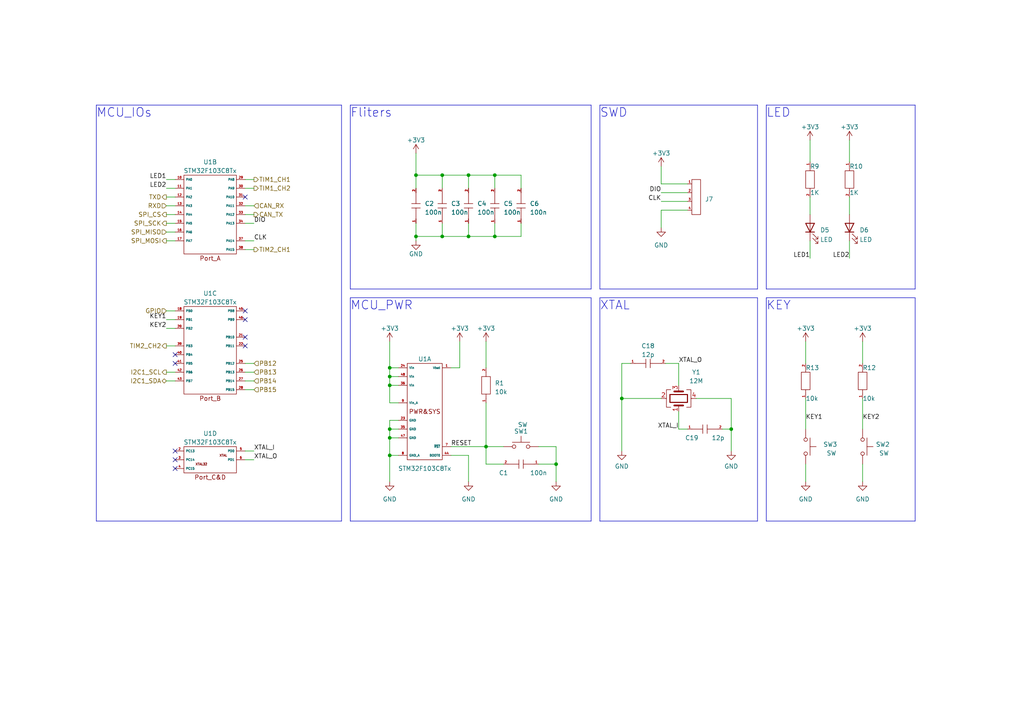
<source format=kicad_sch>
(kicad_sch (version 20230121) (generator eeschema)
  (paper "A4")
  (lib_symbols
    (symbol "001_Basic_PassiveComponents:001_Resistor" (pin_names (offset 1.016))
      (property "Reference" "R" (at -4.445 -2.54 0))
      (property "Value" "001_Resistor" (at 0 2.54 0))
      (symbol "001_Resistor_0_1"
        (rectangle (start -2.54 1.27) (end 2.54 -1.27))
        (polyline (pts (xy -3.81 0) (xy -2.54 0)))
        (polyline (pts (xy 2.54 0) (xy 3.81 0)))
      )
      (symbol "001_Resistor_1_1"
        (pin passive line (at -5.08 0 0) (length 1.27) (name "~") (number "1"))
        (pin passive line (at 5.08 0 180) (length 1.27) (name "~") (number "2"))
      )
    )
    (symbol "001_Basic_PassiveComponents:101_Capacitor" (pin_names (offset 1.016))
      (property "Reference" "C" (at -4.445 -2.54 0))
      (property "Value" "101_Capacitor" (at 0 2.54 0))
      (symbol "101_Capacitor_0_1"
        (polyline (pts (xy -3.81 0) (xy -0.635 0)))
        (polyline (pts (xy -0.635 1.27) (xy -0.635 -1.27)))
        (polyline (pts (xy 0.635 0) (xy 3.81 0)))
        (polyline (pts (xy 0.635 1.27) (xy 0.635 -1.27)))
      )
      (symbol "101_Capacitor_1_1"
        (pin passive line (at -5.08 0 0) (length 1.27) (name "~") (number "1"))
        (pin passive line (at 5.08 0 180) (length 1.27) (name "~") (number "2"))
      )
    )
    (symbol "107_IntegratedCircuit_MicroController:STM32F103C8Tx"
      (property "Reference" "U" (at -3.81 -15.24 0))
      (property "Value" "STM32F103C8Tx" (at 0 15.24 0))
      (symbol "STM32F103C8Tx_1_0"
        (rectangle (start -5.08 13.97) (end 5.08 -13.97))
        (text "PWR&SYS" (at 0 0 0) (effects (font (size 1.27 1.27))))
      )
      (symbol "STM32F103C8Tx_1_1"
        (pin power_in line (at 7.62 12.7 180) (length 2.54) (name "Vbat") (number "1"))
        (pin power_in line (at -7.62 -2.54 0) (length 2.54) (name "GND") (number "23"))
        (pin power_in line (at -7.62 12.7 0) (length 2.54) (name "Vin") (number "24"))
        (pin power_in line (at -7.62 -5.08 0) (length 2.54) (name "GND") (number "35"))
        (pin power_in line (at -7.62 7.62 0) (length 2.54) (name "Vin") (number "36"))
        (pin input line (at 7.62 -12.7 180) (length 2.54) (name "BOOT0") (number "44"))
        (pin power_in line (at -7.62 -7.62 0) (length 2.54) (name "GND") (number "47"))
        (pin power_in line (at -7.62 10.16 0) (length 2.54) (name "Vin") (number "48"))
        (pin input line (at 7.62 -10.16 180) (length 2.54) (name "~{RST}") (number "7"))
        (pin power_in line (at -7.62 -12.7 0) (length 2.54) (name "GND_A") (number "8"))
        (pin power_in line (at -7.62 2.54 0) (length 2.54) (name "Vin_A") (number "9"))
      )
      (symbol "STM32F103C8Tx_2_0"
        (rectangle (start -7.62 11.43) (end 7.62 -11.43))
        (text "Port_A" (at 0 -12.7 0) (effects (font (size 1.27 1.27))))
      )
      (symbol "STM32F103C8Tx_2_1"
        (pin bidirectional line (at -10.16 10.16 0) (length 2.54) (name "PA0") (number "10"))
        (pin bidirectional line (at -10.16 7.62 0) (length 2.54) (name "PA1") (number "11"))
        (pin bidirectional line (at -10.16 5.08 0) (length 2.54) (name "PA2") (number "12"))
        (pin bidirectional line (at -10.16 2.54 0) (length 2.54) (name "PA3") (number "13"))
        (pin bidirectional line (at -10.16 0 0) (length 2.54) (name "PA4") (number "14"))
        (pin bidirectional line (at -10.16 -2.54 0) (length 2.54) (name "PA5") (number "15"))
        (pin bidirectional line (at -10.16 -5.08 0) (length 2.54) (name "PA6") (number "16"))
        (pin bidirectional line (at -10.16 -7.62 0) (length 2.54) (name "PA7") (number "17"))
        (pin bidirectional line (at 10.16 10.16 180) (length 2.54) (name "PA8") (number "29"))
        (pin bidirectional line (at 10.16 7.62 180) (length 2.54) (name "PA9") (number "30"))
        (pin bidirectional line (at 10.16 5.08 180) (length 2.54) (name "PA10") (number "31"))
        (pin bidirectional line (at 10.16 2.54 180) (length 2.54) (name "PA11") (number "32"))
        (pin bidirectional line (at 10.16 0 180) (length 2.54) (name "PA12") (number "33"))
        (pin bidirectional line (at 10.16 -2.54 180) (length 2.54) (name "PA13") (number "34"))
        (pin bidirectional line (at 10.16 -7.62 180) (length 2.54) (name "PA14") (number "37"))
        (pin bidirectional line (at 10.16 -10.16 180) (length 2.54) (name "PA15") (number "38"))
      )
      (symbol "STM32F103C8Tx_3_0"
        (rectangle (start -7.62 13.97) (end 7.62 -11.43))
        (text "Port_B" (at 0 -12.7 0) (effects (font (size 1.27 1.27))))
      )
      (symbol "STM32F103C8Tx_3_1"
        (pin bidirectional line (at -10.16 12.7 0) (length 2.54) (name "PB0") (number "18"))
        (pin bidirectional line (at -10.16 10.16 0) (length 2.54) (name "PB1") (number "19"))
        (pin bidirectional line (at -10.16 7.62 0) (length 2.54) (name "PB2") (number "20"))
        (pin bidirectional line (at 10.16 5.08 180) (length 2.54) (name "PB10") (number "21"))
        (pin bidirectional line (at 10.16 2.54 180) (length 2.54) (name "PB11") (number "22"))
        (pin bidirectional line (at 10.16 -2.54 180) (length 2.54) (name "PB12") (number "25"))
        (pin bidirectional line (at 10.16 -5.08 180) (length 2.54) (name "PB13") (number "26"))
        (pin bidirectional line (at 10.16 -7.62 180) (length 2.54) (name "PB14") (number "27"))
        (pin bidirectional line (at 10.16 -10.16 180) (length 2.54) (name "PB15") (number "28"))
        (pin bidirectional line (at -10.16 2.54 0) (length 2.54) (name "PB3") (number "39"))
        (pin bidirectional line (at -10.16 0 0) (length 2.54) (name "PB4") (number "40"))
        (pin bidirectional line (at -10.16 -2.54 0) (length 2.54) (name "PB5") (number "41"))
        (pin bidirectional line (at -10.16 -5.08 0) (length 2.54) (name "PB6") (number "42"))
        (pin bidirectional line (at -10.16 -7.62 0) (length 2.54) (name "PB7") (number "43"))
        (pin bidirectional line (at 10.16 12.7 180) (length 2.54) (name "PB8") (number "45"))
        (pin bidirectional line (at 10.16 10.16 180) (length 2.54) (name "PB9") (number "46"))
      )
      (symbol "STM32F103C8Tx_4_0"
        (rectangle (start -7.62 3.81) (end 7.62 -3.81))
        (text "Port_C&D" (at 0 -5.08 0) (effects (font (size 1.27 1.27))))
      )
      (symbol "STM32F103C8Tx_4_1"
        (text "XTAL" (at 3.81 1.27 0) (effects (font (size 0.635 0.635))))
        (text "XTAL32" (at -2.54 -1.27 0) (effects (font (size 0.635 0.635))))
        (pin bidirectional line (at -10.16 2.54 0) (length 2.54) (name "PC13") (number "2"))
        (pin bidirectional line (at -10.16 0 0) (length 2.54) (name "PC14") (number "3"))
        (pin bidirectional line (at -10.16 -2.54 0) (length 2.54) (name "PC15") (number "4"))
        (pin bidirectional line (at 10.16 2.54 180) (length 2.54) (name "PD0") (number "5"))
        (pin bidirectional line (at 10.16 0 180) (length 2.54) (name "PD1") (number "6"))
      )
    )
    (symbol "Device:Crystal_GND24" (pin_names (offset 1.016) hide)
      (property "Reference" "Y" (at 3.175 5.08 0))
      (property "Value" "Crystal_GND24" (at 3.175 3.175 0))
      (symbol "Crystal_GND24_0_1"
        (rectangle (start -1.143 2.54) (end 1.143 -2.54) (stroke (width 0.3048)))
        (polyline (pts (xy -2.54 0) (xy -2.032 0)))
        (polyline (pts (xy -2.032 -1.27) (xy -2.032 1.27)) (stroke (width 0.508)))
        (polyline (pts (xy 0 -3.81) (xy 0 -3.556)))
        (polyline (pts (xy 0 3.556) (xy 0 3.81)))
        (polyline (pts (xy 2.032 -1.27) (xy 2.032 1.27)) (stroke (width 0.508)))
        (polyline (pts (xy 2.032 0) (xy 2.54 0)))
        (polyline (pts (xy -2.54 -2.286) (xy -2.54 -3.556) (xy 2.54 -3.556) (xy 2.54 -2.286)))
        (polyline (pts (xy -2.54 2.286) (xy -2.54 3.556) (xy 2.54 3.556) (xy 2.54 2.286)))
      )
      (symbol "Crystal_GND24_1_1"
        (pin passive line (at -3.81 0 0) (length 1.27) (name "1") (number "1"))
        (pin passive line (at 0 5.08 270) (length 1.27) (name "2") (number "2"))
        (pin passive line (at 3.81 0 180) (length 1.27) (name "3") (number "3"))
        (pin passive line (at 0 -5.08 90) (length 1.27) (name "4") (number "4"))
      )
    )
    (symbol "Device:LED" (pin_numbers hide) (pin_names (offset 1.016) hide)
      (property "Reference" "D" (at 0 2.54 0))
      (property "Value" "LED" (at 0 -2.54 0))
      (symbol "LED_0_1"
        (polyline (pts (xy -1.27 -1.27) (xy -1.27 1.27)) (stroke (width 0.254)))
        (polyline (pts (xy -1.27 0) (xy 1.27 0)))
        (polyline (pts (xy 1.27 -1.27) (xy 1.27 1.27) (xy -1.27 0) (xy 1.27 -1.27)) (stroke (width 0.254)))
        (polyline (pts (xy -3.048 -0.762) (xy -4.572 -2.286) (xy -3.81 -2.286) (xy -4.572 -2.286) (xy -4.572 -1.524)))
        (polyline (pts (xy -1.778 -0.762) (xy -3.302 -2.286) (xy -2.54 -2.286) (xy -3.302 -2.286) (xy -3.302 -1.524)))
      )
      (symbol "LED_1_1"
        (pin passive line (at -3.81 0 0) (length 2.54) (name "K") (number "1"))
        (pin passive line (at 3.81 0 180) (length 2.54) (name "A") (number "2"))
      )
    )
    (symbol "Link_W2B_connector:Conn_01x04"
      (property "Reference" "J" (at 0 -7.62 0))
      (property "Value" "Conn_01x04" (at 0 5.08 0))
      (symbol "Conn_01x04_0_0"
        (pin passive line (at -2.54 2.54 0) (length 1.27) (name "") (number "1"))
        (pin passive line (at -2.54 0 0) (length 1.27) (name "") (number "2"))
        (pin passive line (at -2.54 -2.54 0) (length 1.27) (name "") (number "3"))
        (pin passive line (at -2.54 -5.08 0) (length 1.27) (name "") (number "4"))
      )
      (symbol "Conn_01x04_0_1"
        (rectangle (start -1.27 3.81) (end 1.27 -6.35) (stroke (width 0.1524)))
      )
    )
    (symbol "Switch:SW_Push" (pin_numbers hide) (pin_names (offset 1.016) hide)
      (property "Reference" "SW" (at 1.27 2.54 0))
      (property "Value" "SW_Push" (at 0 -1.524 0))
      (symbol "SW_Push_0_1"
        (circle (center -2.032 0) (radius 0.508))
        (polyline (pts (xy 0 1.27) (xy 0 3.048)))
        (polyline (pts (xy 2.54 1.27) (xy -2.54 1.27)))
        (circle (center 2.032 0) (radius 0.508))
        (pin passive line (at -5.08 0 0) (length 2.54) (name "1") (number "1"))
        (pin passive line (at 5.08 0 180) (length 2.54) (name "2") (number "2"))
      )
    )
    (symbol "power:+3V3" (power) (pin_names (offset 0))
      (property "Value" "+3V3" (at 0 3.556 0))
      (symbol "+3V3_0_1"
        (polyline (pts (xy -0.762 1.27) (xy 0 2.54)))
        (polyline (pts (xy 0 0) (xy 0 2.54)))
        (polyline (pts (xy 0 2.54) (xy 0.762 1.27)))
      )
      (symbol "+3V3_1_1"
        (pin power_in line (at 0 0 90) (length 0) hide (name "+3V3") (number "1"))
      )
    )
    (symbol "power:GND" (power) (pin_names (offset 0))
      (property "Value" "GND" (at 0 -3.81 0))
      (symbol "GND_0_1"
        (polyline (pts (xy 0 0) (xy 0 -1.27) (xy 1.27 -1.27) (xy 0 -2.54) (xy -1.27 -1.27) (xy 0 -1.27)))
      )
      (symbol "GND_1_1"
        (pin power_in line (at 0 0 270) (length 0) hide (name "GND") (number "1"))
      )
    )
  )
  (junction (at 113.03 127))
  (junction (at 140.97 129.54))
  (junction (at 143.51 68.58))
  (junction (at 128.27 50.8))
  (junction (at 143.51 50.8))
  (junction (at 113.03 124.46))
  (junction (at 113.03 106.68))
  (junction (at 113.03 132.08))
  (junction (at 135.89 68.58))
  (junction (at 120.65 50.8))
  (junction (at 113.03 109.22))
  (junction (at 128.27 68.58))
  (junction (at 113.03 111.76))
  (junction (at 180.34 115.57))
  (junction (at 120.65 68.58))
  (junction (at 212.09 124.46))
  (junction (at 135.89 50.8))
  (junction (at 161.29 134.62))
  (no_connect (at 71.12 57.15))
  (no_connect (at 71.12 97.79))
  (no_connect (at 71.12 92.71))
  (no_connect (at 50.8 133.35))
  (no_connect (at 50.8 105.41))
  (no_connect (at 71.12 100.33))
  (no_connect (at 50.8 135.89))
  (no_connect (at 71.12 90.17))
  (no_connect (at 50.8 130.81))
  (no_connect (at 50.8 102.87))
  (wire (pts (xy 48.26 110.49) (xy 50.8 110.49)))
  (polyline (pts (xy 265.43 83.82) (xy 265.43 30.48)))
  (wire (pts (xy 191.77 55.88) (xy 199.39 55.88)))
  (wire (pts (xy 234.95 69.85) (xy 234.95 74.93)))
  (wire (pts (xy 140.97 129.54) (xy 146.05 129.54)))
  (wire (pts (xy 48.26 54.61) (xy 50.8 54.61)))
  (polyline (pts (xy 101.6 86.36) (xy 101.6 151.13)))
  (wire (pts (xy 140.97 99.06) (xy 140.97 106.68)))
  (wire (pts (xy 73.66 59.69) (xy 71.12 59.69)))
  (wire (pts (xy 191.77 60.96) (xy 191.77 66.04)))
  (wire (pts (xy 113.03 124.46) (xy 113.03 127)))
  (wire (pts (xy 143.51 50.8) (xy 151.13 50.8)))
  (wire (pts (xy 113.03 106.68) (xy 113.03 109.22)))
  (polyline (pts (xy 222.25 86.36) (xy 222.25 151.13)))
  (wire (pts (xy 191.77 58.42) (xy 199.39 58.42)))
  (wire (pts (xy 140.97 116.84) (xy 140.97 129.54)))
  (wire (pts (xy 128.27 68.58) (xy 128.27 64.77)))
  (wire (pts (xy 73.66 130.81) (xy 71.12 130.81)))
  (wire (pts (xy 151.13 68.58) (xy 151.13 64.77)))
  (wire (pts (xy 48.26 67.31) (xy 50.8 67.31)))
  (wire (pts (xy 212.09 124.46) (xy 212.09 130.81)))
  (wire (pts (xy 130.81 106.68) (xy 133.35 106.68)))
  (wire (pts (xy 143.51 50.8) (xy 135.89 50.8)))
  (wire (pts (xy 113.03 99.06) (xy 113.03 106.68)))
  (wire (pts (xy 151.13 50.8) (xy 151.13 54.61)))
  (wire (pts (xy 128.27 50.8) (xy 128.27 54.61)))
  (wire (pts (xy 113.03 127) (xy 115.57 127)))
  (wire (pts (xy 73.66 110.49) (xy 71.12 110.49)))
  (wire (pts (xy 250.19 99.06) (xy 250.19 105.41)))
  (wire (pts (xy 115.57 121.92) (xy 113.03 121.92)))
  (wire (pts (xy 73.66 54.61) (xy 71.12 54.61)))
  (wire (pts (xy 73.66 107.95) (xy 71.12 107.95)))
  (wire (pts (xy 143.51 68.58) (xy 151.13 68.58)))
  (polyline (pts (xy 173.99 30.48) (xy 173.99 83.82)))
  (wire (pts (xy 233.68 115.57) (xy 233.68 124.46)))
  (polyline (pts (xy 222.25 86.36) (xy 265.43 86.36)))
  (polyline (pts (xy 27.94 151.13) (xy 99.06 151.13)))
  (wire (pts (xy 250.19 139.7) (xy 250.19 134.62)))
  (wire (pts (xy 234.95 40.64) (xy 234.95 46.99)))
  (wire (pts (xy 73.66 62.23) (xy 71.12 62.23)))
  (wire (pts (xy 120.65 44.45) (xy 120.65 50.8)))
  (wire (pts (xy 113.03 127) (xy 113.03 132.08)))
  (wire (pts (xy 73.66 52.07) (xy 71.12 52.07)))
  (wire (pts (xy 196.85 105.41) (xy 196.85 111.76)))
  (wire (pts (xy 140.97 129.54) (xy 140.97 134.62)))
  (wire (pts (xy 233.68 99.06) (xy 233.68 105.41)))
  (wire (pts (xy 135.89 68.58) (xy 135.89 64.77)))
  (wire (pts (xy 113.03 109.22) (xy 113.03 111.76)))
  (wire (pts (xy 128.27 50.8) (xy 120.65 50.8)))
  (wire (pts (xy 133.35 99.06) (xy 133.35 106.68)))
  (wire (pts (xy 199.39 60.96) (xy 191.77 60.96)))
  (wire (pts (xy 115.57 116.84) (xy 113.03 116.84)))
  (wire (pts (xy 246.38 57.15) (xy 246.38 62.23)))
  (wire (pts (xy 246.38 40.64) (xy 246.38 46.99)))
  (wire (pts (xy 113.03 121.92) (xy 113.03 124.46)))
  (wire (pts (xy 140.97 134.62) (xy 146.05 134.62)))
  (wire (pts (xy 135.89 68.58) (xy 128.27 68.58)))
  (wire (pts (xy 199.39 53.34) (xy 191.77 53.34)))
  (wire (pts (xy 143.51 68.58) (xy 135.89 68.58)))
  (polyline (pts (xy 171.45 83.82) (xy 171.45 30.48)))
  (wire (pts (xy 48.26 62.23) (xy 50.8 62.23)))
  (polyline (pts (xy 222.25 30.48) (xy 222.25 83.82)))
  (polyline (pts (xy 101.6 86.36) (xy 171.45 86.36)))
  (wire (pts (xy 130.81 129.54) (xy 140.97 129.54)))
  (wire (pts (xy 113.03 124.46) (xy 115.57 124.46)))
  (wire (pts (xy 143.51 50.8) (xy 143.51 54.61)))
  (wire (pts (xy 73.66 64.77) (xy 71.12 64.77)))
  (polyline (pts (xy 173.99 86.36) (xy 219.71 86.36)))
  (wire (pts (xy 73.66 105.41) (xy 71.12 105.41)))
  (wire (pts (xy 128.27 68.58) (xy 120.65 68.58)))
  (wire (pts (xy 161.29 134.62) (xy 156.21 134.62)))
  (wire (pts (xy 193.04 105.41) (xy 196.85 105.41)))
  (wire (pts (xy 196.85 119.38) (xy 196.85 124.46)))
  (polyline (pts (xy 222.25 83.82) (xy 265.43 83.82)))
  (wire (pts (xy 201.93 115.57) (xy 212.09 115.57)))
  (wire (pts (xy 191.77 48.26) (xy 191.77 53.34)))
  (wire (pts (xy 120.65 69.85) (xy 120.65 68.58)))
  (wire (pts (xy 73.66 69.85) (xy 71.12 69.85)))
  (polyline (pts (xy 173.99 83.82) (xy 219.71 83.82)))
  (wire (pts (xy 48.26 107.95) (xy 50.8 107.95)))
  (wire (pts (xy 135.89 50.8) (xy 135.89 54.61)))
  (polyline (pts (xy 101.6 83.82) (xy 171.45 83.82)))
  (polyline (pts (xy 222.25 151.13) (xy 265.43 151.13)))
  (wire (pts (xy 113.03 106.68) (xy 115.57 106.68)))
  (wire (pts (xy 120.65 68.58) (xy 120.65 64.77)))
  (wire (pts (xy 135.89 132.08) (xy 135.89 139.7)))
  (wire (pts (xy 135.89 50.8) (xy 128.27 50.8)))
  (wire (pts (xy 196.85 124.46) (xy 199.39 124.46)))
  (wire (pts (xy 180.34 105.41) (xy 180.34 115.57)))
  (wire (pts (xy 182.88 105.41) (xy 180.34 105.41)))
  (polyline (pts (xy 27.94 30.48) (xy 99.06 30.48)))
  (polyline (pts (xy 173.99 30.48) (xy 219.71 30.48)))
  (wire (pts (xy 48.26 59.69) (xy 50.8 59.69)))
  (wire (pts (xy 113.03 111.76) (xy 113.03 116.84)))
  (polyline (pts (xy 219.71 83.82) (xy 219.71 30.48)))
  (wire (pts (xy 113.03 132.08) (xy 113.03 139.7)))
  (polyline (pts (xy 99.06 151.13) (xy 99.06 30.48)))
  (wire (pts (xy 48.26 100.33) (xy 50.8 100.33)))
  (polyline (pts (xy 173.99 86.36) (xy 173.99 151.13)))
  (polyline (pts (xy 171.45 151.13) (xy 171.45 86.36)))
  (polyline (pts (xy 101.6 30.48) (xy 101.6 83.82)))
  (polyline (pts (xy 27.94 30.48) (xy 27.94 151.13)))
  (wire (pts (xy 161.29 129.54) (xy 161.29 134.62)))
  (wire (pts (xy 130.81 132.08) (xy 135.89 132.08)))
  (wire (pts (xy 48.26 95.25) (xy 50.8 95.25)))
  (wire (pts (xy 48.26 64.77) (xy 50.8 64.77)))
  (wire (pts (xy 113.03 111.76) (xy 115.57 111.76)))
  (wire (pts (xy 233.68 139.7) (xy 233.68 134.62)))
  (wire (pts (xy 212.09 124.46) (xy 209.55 124.46)))
  (wire (pts (xy 73.66 113.03) (xy 71.12 113.03)))
  (wire (pts (xy 120.65 50.8) (xy 120.65 54.61)))
  (wire (pts (xy 143.51 68.58) (xy 143.51 64.77)))
  (wire (pts (xy 161.29 129.54) (xy 156.21 129.54)))
  (polyline (pts (xy 219.71 151.13) (xy 219.71 86.36)))
  (wire (pts (xy 48.26 52.07) (xy 50.8 52.07)))
  (wire (pts (xy 73.66 133.35) (xy 71.12 133.35)))
  (wire (pts (xy 48.26 90.17) (xy 50.8 90.17)))
  (polyline (pts (xy 173.99 151.13) (xy 219.71 151.13)))
  (wire (pts (xy 73.66 72.39) (xy 71.12 72.39)))
  (wire (pts (xy 212.09 115.57) (xy 212.09 124.46)))
  (polyline (pts (xy 171.45 30.48) (xy 101.6 30.48)))
  (wire (pts (xy 48.26 92.71) (xy 50.8 92.71)))
  (wire (pts (xy 234.95 57.15) (xy 234.95 62.23)))
  (wire (pts (xy 48.26 69.85) (xy 50.8 69.85)))
  (polyline (pts (xy 265.43 151.13) (xy 265.43 86.36)))
  (wire (pts (xy 180.34 115.57) (xy 180.34 130.81)))
  (wire (pts (xy 48.26 57.15) (xy 50.8 57.15)))
  (wire (pts (xy 161.29 134.62) (xy 161.29 139.7)))
  (wire (pts (xy 250.19 115.57) (xy 250.19 124.46)))
  (wire (pts (xy 113.03 132.08) (xy 115.57 132.08)))
  (wire (pts (xy 113.03 109.22) (xy 115.57 109.22)))
  (polyline (pts (xy 222.25 30.48) (xy 265.43 30.48)))
  (polyline (pts (xy 101.6 151.13) (xy 171.45 151.13)))
  (wire (pts (xy 246.38 69.85) (xy 246.38 74.93)))
  (wire (pts (xy 180.34 115.57) (xy 191.77 115.57)))
  (text "KEY" (at 222.25 90.17 0) (effects (font (size 2.54 2.54)) (justify left bottom)))
  (text "XTAL" (at 173.99 90.17 0) (effects (font (size 2.54 2.54)) (justify left bottom)))
  (text "LED" (at 222.25 34.29 0) (effects (font (size 2.54 2.54)) (justify left bottom)))
  (text "SWD" (at 173.99 34.29 0) (effects (font (size 2.54 2.54)) (justify left bottom)))
  (text "MCU_PWR" (at 101.6 90.17 0) (effects (font (size 2.54 2.54)) (justify left bottom)))
  (text "MCU_IOs" (at 27.94 34.29 0) (effects (font (size 2.54 2.54)) (justify left bottom)))
  (text "Fliters" (at 101.6 34.29 0) (effects (font (size 2.54 2.54)) (justify left bottom)))
  (label "XTAL_I" (at 73.66 130.81 0))
  (label "CLK" (at 73.66 69.85 0))
  (label "LED1" (at 234.95 74.93 180))
  (label "LED1" (at 48.26 52.07 180))
  (label "XTAL_O" (at 73.66 133.35 0))
  (label "DIO" (at 191.77 55.88 180))
  (label "KEY2" (at 48.26 95.25 180))
  (label "LED2" (at 246.38 74.93 180))
  (label "KEY1" (at 233.68 121.92 0))
  (label "KEY2" (at 250.19 121.92 0))
  (label "LED2" (at 48.26 54.61 180))
  (label "XTAL_I" (at 196.85 124.46 180))
  (label "KEY1" (at 48.26 92.71 180))
  (label "DIO" (at 73.66 64.77 0))
  (label "CLK" (at 191.77 58.42 180))
  (label "XTAL_O" (at 196.85 105.41 0))
  (label "RESET" (at 130.81 129.54 0))
  (hierarchical_label "I2C1_SDA" (shape bidirectional) (at 48.26 110.49 180))
  (hierarchical_label "TIM1_CH2" (shape output) (at 73.66 54.61 0))
  (hierarchical_label "SPI_MOSI" (shape output) (at 48.26 69.85 180))
  (hierarchical_label "SPI_CS" (shape output) (at 48.26 62.23 180))
  (hierarchical_label "PB15" (shape input) (at 73.66 113.03 0))
  (hierarchical_label "GPIO" (shape input) (at 48.26 90.17 180))
  (hierarchical_label "TIM2_CH2" (shape output) (at 48.26 100.33 180))
  (hierarchical_label "CAN_RX" (shape input) (at 73.66 59.69 0))
  (hierarchical_label "SPI_MISO" (shape input) (at 48.26 67.31 180))
  (hierarchical_label "I2C1_SCL" (shape output) (at 48.26 107.95 180))
  (hierarchical_label "CAN_TX" (shape output) (at 73.66 62.23 0))
  (hierarchical_label "PB12" (shape input) (at 73.66 105.41 0))
  (hierarchical_label "TIM2_CH1" (shape output) (at 73.66 72.39 0))
  (hierarchical_label "PB14" (shape input) (at 73.66 110.49 0))
  (hierarchical_label "PB13" (shape input) (at 73.66 107.95 0))
  (hierarchical_label "RXD" (shape input) (at 48.26 59.69 180))
  (hierarchical_label "TIM1_CH1" (shape output) (at 73.66 52.07 0))
  (hierarchical_label "TXD" (shape output) (at 48.26 57.15 180))
  (hierarchical_label "SPI_SCK" (shape output) (at 48.26 64.77 180))
  (symbol (lib_id "Device:LED") (at 246.38 66.04 90) (unit 1)
    (property "Reference" "D6" (at 249.301 66.719 90) (effects (justify right)))
    (property "Value" "LED" (at 249.301 69.4941 90) (effects (justify right)))
    (property "Footprint" "LED_SMD:LED_0603_1608Metric" (effects hide))
    (instances (project "f103c8t6开发板" (path "" (reference "D6") (unit 1)) (path "" (reference "D2") (unit 1))))
  )
  (symbol (lib_id "001_Basic_PassiveComponents:101_Capacitor") (at 143.51 59.69 90) (unit 1)
    (property "Reference" "C5" (at 146.05 59.055 90) (effects (justify right)))
    (property "Value" "100n" (at 146.05 61.595 90) (effects (justify right)))
    (property "Footprint" "Capacitor_SMD:C_0603_1608Metric" (effects hide))
    (property "Symbol type" "Alternate Source" (effects hide))
  )
  (symbol (lib_id "power:GND") (at 113.03 139.7 0) (unit 1)
    (property "Reference" "#PWR02" (effects hide))
    (property "Value" "GND" (at 113.03 144.78 0))
  )
  (symbol (lib_id "power:+3V3") (at 234.95 40.64 0) (unit 1)
    (property "Reference" "#PWR034" (effects hide))
    (property "Value" "+3V3" (at 234.95 36.83 0))
  )
  (symbol (lib_id "power:GND") (at 120.65 69.85 0) (unit 1)
    (property "Reference" "#PWR07" (effects hide))
    (property "Value" "GND" (at 120.65 73.66 0))
  )
  (symbol (lib_id "Switch:SW_Push") (at 233.68 129.54 270) (unit 1)
    (property "Reference" "SW3" (at 238.76 128.905 90) (effects (justify left)))
    (property "Value" " SW" (at 238.76 131.445 90) (effects (justify left)))
    (property "Footprint" "Button_Switch_SMD:SW_SPST_FSMSM" (effects hide))
    (instances (project "f103c8t6开发板" (path "" (reference "SW3") (unit 1)) (path "" (reference "SW2") (unit 1))))
  )
  (symbol (lib_id "107_IntegratedCircuit_MicroController:STM32F103C8Tx") (at 60.96 133.35 0) (unit 4)
    (property "Reference" "U1" (at 60.96 125.73 0))
    (property "Value" "STM32F103C8Tx" (at 60.96 128.27 0))
    (property "Footprint" "PackageQFP:LQFP-48_7x7mm_P0.5mm" (effects hide))
    (property "Symbol type" "Specified Device" (effects hide))
  )
  (symbol (lib_id "power:GND") (at 233.68 139.7 0) (unit 1)
    (property "Reference" "#PWR050" (effects hide))
    (property "Value" "GND" (at 233.68 144.78 0))
    (instances (project "f103c8t6开发板" (path "" (reference "#PWR050") (unit 1)) (path "" (reference "#PWR049") (unit 1))))
  )
  (symbol (lib_id "107_IntegratedCircuit_MicroController:STM32F103C8Tx") (at 60.96 62.23 0) (unit 2)
    (property "Reference" "U1" (at 60.96 46.99 0))
    (property "Value" "STM32F103C8Tx" (at 60.96 49.53 0))
    (property "Footprint" "PackageQFP:LQFP-48_7x7mm_P0.5mm" (effects hide))
    (property "Symbol type" "Specified Device" (effects hide))
  )
  (symbol (lib_id "001_Basic_PassiveComponents:101_Capacitor") (at 120.65 59.69 90) (unit 1)
    (property "Reference" "C2" (at 123.19 59.055 90) (effects (justify right)))
    (property "Value" "100n" (at 123.19 61.595 90) (effects (justify right)))
    (property "Footprint" "Capacitor_SMD:C_0603_1608Metric" (effects hide))
    (property "Symbol type" "Alternate Source" (effects hide))
  )
  (symbol (lib_id "001_Basic_PassiveComponents:001_Resistor") (at 246.38 52.07 270) (unit 1)
    (property "Reference" "R10" (at 246.38 48.26 90) (effects (justify left)))
    (property "Value" "1K" (at 246.38 55.88 90) (effects (justify left)))
    (property "Footprint" "ResistorSMD:R_0603_1608Metric" (effects hide))
    (property "Symbol type" "Alternate Source" (effects hide))
    (instances (project "f103c8t6开发板" (path "" (reference "R10") (unit 1)) (path "" (reference "R3") (unit 1))))
  )
  (symbol (lib_id "power:GND") (at 180.34 130.81 0) (unit 1)
    (property "Reference" "#PWR0143" (effects hide))
    (property "Value" "GND" (at 180.34 135.2534 0))
    (instances (project "windmill_mastercontrol" (path "" (reference "#PWR0143") (unit 1))) (project "f103c8t6开发板" (path "" (reference "#PWR011") (unit 1))))
  )
  (symbol (lib_id "001_Basic_PassiveComponents:001_Resistor") (at 250.19 110.49 90) (unit 1)
    (property "Reference" "R12" (at 250.19 106.68 90) (effects (justify right)))
    (property "Value" "10k" (at 250.19 115.57 90) (effects (justify right)))
    (property "Footprint" "ResistorSMD:R_0603_1608Metric" (effects hide))
    (property "Symbol type" "Alternate Source" (effects hide))
    (instances (project "f103c8t6开发板" (path "" (reference "R12") (unit 1)) (path "" (reference "R5") (unit 1))))
  )
  (symbol (lib_id "Device:Crystal_GND24") (at 196.85 115.57 90) (unit 1)
    (property "Reference" "Y1" (at 201.93 107.95 90))
    (property "Value" "12M" (at 201.93 110.49 90))
    (property "Footprint" "Crystal:Crystal_SMD_3225-4Pin_3.2x2.5mm" (effects hide))
  )
  (symbol (lib_id "power:GND") (at 161.29 139.7 0) (unit 1)
    (property "Reference" "#PWR08" (effects hide))
    (property "Value" "GND" (at 161.29 144.78 0))
  )
  (symbol (lib_id "power:+3V3") (at 250.19 99.06 0) (unit 1)
    (property "Reference" "#PWR045" (effects hide))
    (property "Value" "+3V3" (at 250.19 95.25 0))
  )
  (symbol (lib_id "power:GND") (at 135.89 139.7 0) (unit 1)
    (property "Reference" "#PWR04" (effects hide))
    (property "Value" "GND" (at 135.89 144.78 0))
  )
  (symbol (lib_id "power:+3V3") (at 191.77 48.26 0) (unit 1)
    (property "Reference" "#PWR029" (effects hide))
    (property "Value" "+3V3" (at 191.77 44.45 0))
  )
  (symbol (lib_id "107_IntegratedCircuit_MicroController:STM32F103C8Tx") (at 60.96 102.87 0) (unit 3)
    (property "Reference" "U1" (at 60.96 85.09 0))
    (property "Value" "STM32F103C8Tx" (at 60.96 87.63 0))
    (property "Footprint" "PackageQFP:LQFP-48_7x7mm_P0.5mm" (effects hide))
    (property "Symbol type" "Specified Device" (effects hide))
  )
  (symbol (lib_id "Device:LED") (at 234.95 66.04 90) (unit 1)
    (property "Reference" "D5" (at 237.871 66.719 90) (effects (justify right)))
    (property "Value" "LED" (at 237.871 69.4941 90) (effects (justify right)))
    (property "Footprint" "LED_SMD:LED_0603_1608Metric" (effects hide))
    (instances (project "f103c8t6开发板" (path "" (reference "D5") (unit 1)) (path "" (reference "D1") (unit 1))))
  )
  (symbol (lib_id "power:GND") (at 212.09 130.81 0) (unit 1)
    (property "Reference" "#PWR0143" (effects hide))
    (property "Value" "GND" (at 212.09 135.2534 0))
    (instances (project "windmill_mastercontrol" (path "" (reference "#PWR0143") (unit 1))) (project "f103c8t6开发板" (path "" (reference "#PWR012") (unit 1))))
  )
  (symbol (lib_id "001_Basic_PassiveComponents:001_Resistor") (at 234.95 52.07 270) (unit 1)
    (property "Reference" "R9" (at 234.95 48.26 90) (effects (justify left)))
    (property "Value" "1K" (at 234.95 55.88 90) (effects (justify left)))
    (property "Footprint" "ResistorSMD:R_0603_1608Metric" (effects hide))
    (property "Symbol type" "Alternate Source" (effects hide))
    (instances (project "f103c8t6开发板" (path "" (reference "R9") (unit 1)) (path "" (reference "R2") (unit 1))))
  )
  (symbol (lib_id "power:+3V3") (at 233.68 99.06 0) (unit 1)
    (property "Reference" "#PWR043" (effects hide))
    (property "Value" "+3V3" (at 233.68 95.25 0))
  )
  (symbol (lib_id "Switch:SW_Push") (at 250.19 129.54 270) (unit 1)
    (property "Reference" "SW2" (at 254 128.905 90) (effects (justify left)))
    (property "Value" " SW" (at 254 131.445 90) (effects (justify left)))
    (property "Footprint" "Button_Switch_SMD:SW_SPST_FSMSM" (effects hide))
    (instances (project "f103c8t6开发板" (path "" (reference "SW2") (unit 1)) (path "" (reference "SW3") (unit 1))))
  )
  (symbol (lib_id "001_Basic_PassiveComponents:101_Capacitor") (at 135.89 59.69 90) (unit 1)
    (property "Reference" "C4" (at 138.43 59.055 90) (effects (justify right)))
    (property "Value" "100n" (at 138.43 61.595 90) (effects (justify right)))
    (property "Footprint" "Capacitor_SMD:C_0603_1608Metric" (effects hide))
    (property "Symbol type" "Alternate Source" (effects hide))
  )
  (symbol (lib_id "001_Basic_PassiveComponents:101_Capacitor") (at 204.47 124.46 0) (unit 1)
    (property "Reference" "C19" (at 200.66 127 0))
    (property "Value" "12p" (at 208.28 127 0))
    (property "Footprint" "Capacitor_SMD:C_0603_1608Metric" (effects hide))
    (property "Symbol type" "Alternate Source" (effects hide))
    (instances (project "windmill_mastercontrol" (path "" (reference "C19") (unit 1))) (project "f103c8t6开发板" (path "" (reference "C21") (unit 1))))
  )
  (symbol (lib_id "001_Basic_PassiveComponents:101_Capacitor") (at 151.13 59.69 90) (unit 1)
    (property "Reference" "C6" (at 153.67 59.055 90) (effects (justify right)))
    (property "Value" "100n" (at 153.67 61.595 90) (effects (justify right)))
    (property "Footprint" "Capacitor_SMD:C_0603_1608Metric" (effects hide))
    (property "Symbol type" "Alternate Source" (effects hide))
  )
  (symbol (lib_id "power:+3V3") (at 120.65 44.45 0) (unit 1)
    (property "Reference" "#PWR028" (effects hide))
    (property "Value" "+3V3" (at 120.65 40.64 0))
  )
  (symbol (lib_id "power:+3V3") (at 246.38 40.64 0) (unit 1)
    (property "Reference" "#PWR035" (effects hide))
    (property "Value" "+3V3" (at 246.38 36.83 0))
  )
  (symbol (lib_id "power:+3V3") (at 133.35 99.06 0) (unit 1)
    (property "Reference" "#PWR013" (effects hide))
    (property "Value" "+3V3" (at 133.35 95.25 0))
  )
  (symbol (lib_id "power:GND") (at 191.77 66.04 0) (unit 1)
    (property "Reference" "#PWR057" (effects hide))
    (property "Value" "GND" (at 191.77 71.12 0))
    (instances (project "f103c8t6开发板" (path "" (reference "#PWR057") (unit 1)) (path "" (reference "#PWR010") (unit 1))))
  )
  (symbol (lib_id "001_Basic_PassiveComponents:001_Resistor") (at 140.97 111.76 90) (unit 1)
    (property "Reference" "R1" (at 143.51 111.125 90) (effects (justify right)))
    (property "Value" "10k" (at 143.51 113.665 90) (effects (justify right)))
    (property "Footprint" "ResistorSMD:R_0603_1608Metric" (effects hide))
    (property "Symbol type" "Alternate Source" (effects hide))
  )
  (symbol (lib_id "107_IntegratedCircuit_MicroController:STM32F103C8Tx") (at 123.19 119.38 0) (unit 1)
    (property "Reference" "U1" (at 123.19 104.14 0))
    (property "Value" "STM32F103C8Tx" (at 123.19 135.89 0))
    (property "Footprint" "PackageQFP:LQFP-48_7x7mm_P0.5mm" (effects hide))
    (property "Symbol type" "Specified Device" (effects hide))
  )
  (symbol (lib_id "power:GND") (at 250.19 139.7 0) (unit 1)
    (property "Reference" "#PWR049" (effects hide))
    (property "Value" "GND" (at 250.19 144.78 0))
    (instances (project "f103c8t6开发板" (path "" (reference "#PWR049") (unit 1)) (path "" (reference "#PWR050") (unit 1))))
  )
  (symbol (lib_id "001_Basic_PassiveComponents:101_Capacitor") (at 151.13 134.62 180) (unit 1)
    (property "Reference" "C1" (at 146.05 137.16 0))
    (property "Value" "100n" (at 156.21 137.16 0))
    (property "Footprint" "Capacitor_SMD:C_0603_1608Metric" (effects hide))
  )
  (symbol (lib_id "001_Basic_PassiveComponents:101_Capacitor") (at 187.96 105.41 0) (unit 1)
    (property "Reference" "C18" (at 187.96 100.33 0))
    (property "Value" "12p" (at 187.96 102.87 0))
    (property "Footprint" "Capacitor_SMD:C_0603_1608Metric" (effects hide))
    (property "Symbol type" "Alternate Source" (effects hide))
    (instances (project "windmill_mastercontrol" (path "" (reference "C18") (unit 1))) (project "f103c8t6开发板" (path "" (reference "C20") (unit 1))))
  )
  (symbol (lib_id "power:+3V3") (at 140.97 99.06 0) (unit 1)
    (property "Reference" "#PWR015" (effects hide))
    (property "Value" "+3V3" (at 140.97 95.25 0))
  )
  (symbol (lib_id "001_Basic_PassiveComponents:001_Resistor") (at 233.68 110.49 90) (unit 1)
    (property "Reference" "R13" (at 233.68 106.68 90) (effects (justify right)))
    (property "Value" "10k" (at 233.68 115.57 90) (effects (justify right)))
    (property "Footprint" "ResistorSMD:R_0603_1608Metric" (effects hide))
    (property "Symbol type" "Alternate Source" (effects hide))
    (instances (project "f103c8t6开发板" (path "" (reference "R13") (unit 1)) (path "" (reference "R4") (unit 1))))
  )
  (symbol (lib_id "power:+3V3") (at 113.03 99.06 0) (unit 1)
    (property "Reference" "#PWR014" (effects hide))
    (property "Value" "+3V3" (at 113.03 95.25 0))
  )
  (symbol (lib_id "Link_W2B_connector:Conn_01x04") (at 201.93 55.88 0) (unit 1)
    (property "Reference" "J7" (at 204.47 57.785 0) (effects (justify left)))
    (property "Value" "Conn_01x04" (effects hide))
    (property "Footprint" "Connector_PinHeader_2.54mm:PinHeader_1x04_P2.54mm_Vertical" (effects hide))
    (instances (project "f103c8t6开发板" (path "" (reference "J7") (unit 1)) (path "" (reference "J1") (unit 1))))
  )
  (symbol (lib_id "001_Basic_PassiveComponents:101_Capacitor") (at 128.27 59.69 90) (unit 1)
    (property "Reference" "C3" (at 130.81 59.055 90) (effects (justify right)))
    (property "Value" "100n" (at 130.81 61.595 90) (effects (justify right)))
    (property "Footprint" "Capacitor_SMD:C_0603_1608Metric" (effects hide))
    (property "Symbol type" "Alternate Source" (effects hide))
  )
  (symbol (lib_id "Switch:SW_Push") (at 151.13 129.54 0) (unit 1)
    (property "Reference" "SW1" (at 151.13 125.095 0))
    (property "Value" " SW" (at 151.13 123.19 0))
    (property "Footprint" "Button_Switch_SMD:SW_SPST_FSMSM" (effects hide))
  )
)
</source>
